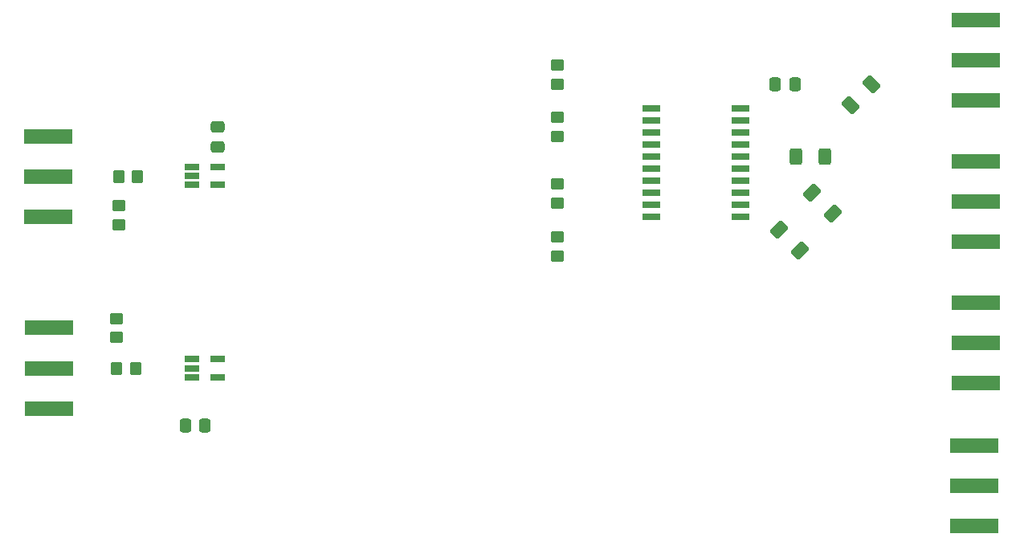
<source format=gbr>
%TF.GenerationSoftware,KiCad,Pcbnew,(6.0.7)*%
%TF.CreationDate,2022-09-28T11:50:51-04:00*%
%TF.ProjectId,PrawnBlaster_Connectorized,50726177-6e42-46c6-9173-7465725f436f,rev?*%
%TF.SameCoordinates,Original*%
%TF.FileFunction,Paste,Top*%
%TF.FilePolarity,Positive*%
%FSLAX46Y46*%
G04 Gerber Fmt 4.6, Leading zero omitted, Abs format (unit mm)*
G04 Created by KiCad (PCBNEW (6.0.7)) date 2022-09-28 11:50:51*
%MOMM*%
%LPD*%
G01*
G04 APERTURE LIST*
G04 Aperture macros list*
%AMRoundRect*
0 Rectangle with rounded corners*
0 $1 Rounding radius*
0 $2 $3 $4 $5 $6 $7 $8 $9 X,Y pos of 4 corners*
0 Add a 4 corners polygon primitive as box body*
4,1,4,$2,$3,$4,$5,$6,$7,$8,$9,$2,$3,0*
0 Add four circle primitives for the rounded corners*
1,1,$1+$1,$2,$3*
1,1,$1+$1,$4,$5*
1,1,$1+$1,$6,$7*
1,1,$1+$1,$8,$9*
0 Add four rect primitives between the rounded corners*
20,1,$1+$1,$2,$3,$4,$5,0*
20,1,$1+$1,$4,$5,$6,$7,0*
20,1,$1+$1,$6,$7,$8,$9,0*
20,1,$1+$1,$8,$9,$2,$3,0*%
G04 Aperture macros list end*
%ADD10R,5.080000X1.500000*%
%ADD11RoundRect,0.250000X-0.450000X0.350000X-0.450000X-0.350000X0.450000X-0.350000X0.450000X0.350000X0*%
%ADD12RoundRect,0.250000X0.337500X0.475000X-0.337500X0.475000X-0.337500X-0.475000X0.337500X-0.475000X0*%
%ADD13R,1.560000X0.650000*%
%ADD14RoundRect,0.250000X-0.159099X0.724784X-0.724784X0.159099X0.159099X-0.724784X0.724784X-0.159099X0*%
%ADD15RoundRect,0.250000X-0.350000X-0.450000X0.350000X-0.450000X0.350000X0.450000X-0.350000X0.450000X0*%
%ADD16RoundRect,0.250000X0.450000X-0.350000X0.450000X0.350000X-0.450000X0.350000X-0.450000X-0.350000X0*%
%ADD17RoundRect,0.250000X0.400000X0.625000X-0.400000X0.625000X-0.400000X-0.625000X0.400000X-0.625000X0*%
%ADD18RoundRect,0.250000X0.724784X0.159099X0.159099X0.724784X-0.724784X-0.159099X-0.159099X-0.724784X0*%
%ADD19RoundRect,0.250000X0.475000X-0.337500X0.475000X0.337500X-0.475000X0.337500X-0.475000X-0.337500X0*%
%ADD20R,1.950000X0.700000*%
G04 APERTURE END LIST*
D10*
%TO.C,J6*%
X182397500Y-108375000D03*
X182397500Y-104125000D03*
X182397500Y-112625000D03*
%TD*%
D11*
%TO.C,R8*%
X91963750Y-90753000D03*
X91963750Y-92753000D03*
%TD*%
D12*
%TO.C,C3*%
X163467500Y-66055000D03*
X161392500Y-66055000D03*
%TD*%
D13*
%TO.C,U3*%
X99930000Y-95055000D03*
X99930000Y-96005000D03*
X99930000Y-96955000D03*
X102630000Y-96955000D03*
X102630000Y-95055000D03*
%TD*%
D14*
%TO.C,R10*%
X171546016Y-66088984D03*
X169353984Y-68281016D03*
%TD*%
D13*
%TO.C,U1*%
X99920000Y-74775000D03*
X99920000Y-75725000D03*
X99920000Y-76675000D03*
X102620000Y-76675000D03*
X102620000Y-74775000D03*
%TD*%
D10*
%TO.C,J2*%
X84823200Y-96003000D03*
X84823200Y-100253000D03*
X84823200Y-91753000D03*
%TD*%
D15*
%TO.C,R7*%
X91953750Y-96003000D03*
X93953750Y-96003000D03*
%TD*%
D11*
%TO.C,R3*%
X138430000Y-64055000D03*
X138430000Y-66055000D03*
%TD*%
D16*
%TO.C,R5*%
X138430000Y-78555000D03*
X138430000Y-76555000D03*
%TD*%
D10*
%TO.C,J5*%
X182517500Y-78425000D03*
X182517500Y-82675000D03*
X182517500Y-74175000D03*
%TD*%
D17*
%TO.C,R11*%
X166650000Y-73660000D03*
X163550000Y-73660000D03*
%TD*%
D10*
%TO.C,J3*%
X182517500Y-63505000D03*
X182517500Y-67755000D03*
X182517500Y-59255000D03*
%TD*%
D12*
%TO.C,C2*%
X101297500Y-102015000D03*
X99222500Y-102015000D03*
%TD*%
D10*
%TO.C,J1*%
X84792500Y-75805000D03*
X84792500Y-71555000D03*
X84792500Y-80055000D03*
%TD*%
D11*
%TO.C,R4*%
X138430000Y-82185000D03*
X138430000Y-84185000D03*
%TD*%
D16*
%TO.C,R6*%
X138430000Y-71555000D03*
X138430000Y-69555000D03*
%TD*%
D18*
%TO.C,R12*%
X164006016Y-83621016D03*
X161813984Y-81428984D03*
%TD*%
%TO.C,R9*%
X167496016Y-79661016D03*
X165303984Y-77468984D03*
%TD*%
D10*
%TO.C,J4*%
X182567500Y-93345000D03*
X182567500Y-89095000D03*
X182567500Y-97595000D03*
%TD*%
D15*
%TO.C,R1*%
X92180000Y-75805000D03*
X94180000Y-75805000D03*
%TD*%
D16*
%TO.C,R2*%
X92180000Y-80875000D03*
X92180000Y-78875000D03*
%TD*%
D19*
%TO.C,C1*%
X102610000Y-72632500D03*
X102610000Y-70557500D03*
%TD*%
D20*
%TO.C,IC1*%
X148310000Y-68580000D03*
X148310000Y-69850000D03*
X148310000Y-71120000D03*
X148310000Y-72390000D03*
X148310000Y-73660000D03*
X148310000Y-74930000D03*
X148310000Y-76200000D03*
X148310000Y-77470000D03*
X148310000Y-78740000D03*
X148310000Y-80010000D03*
X157760000Y-80010000D03*
X157760000Y-78740000D03*
X157760000Y-77470000D03*
X157760000Y-76200000D03*
X157760000Y-74930000D03*
X157760000Y-73660000D03*
X157760000Y-72390000D03*
X157760000Y-71120000D03*
X157760000Y-69850000D03*
X157760000Y-68580000D03*
%TD*%
M02*

</source>
